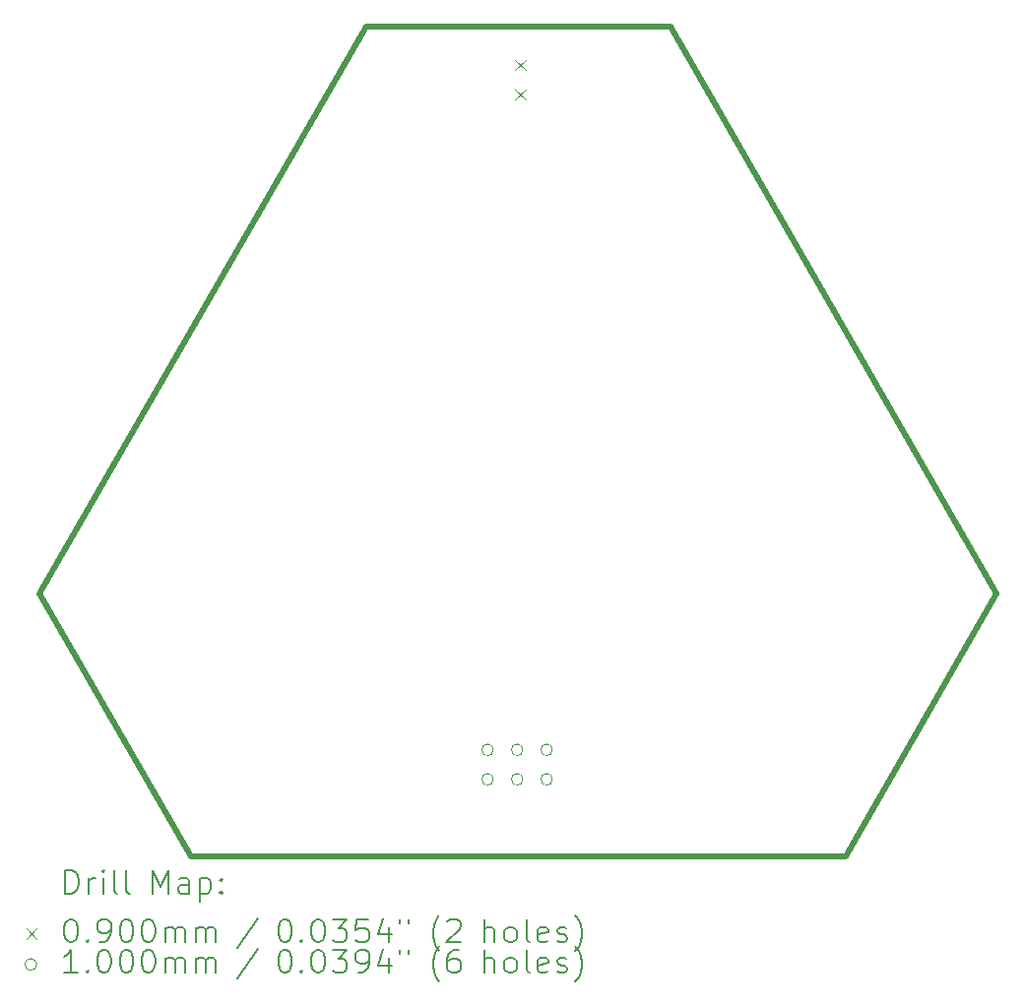
<source format=gbr>
%TF.GenerationSoftware,KiCad,Pcbnew,(6.99.0-2452-gdb4f2d9dd8)*%
%TF.CreationDate,2022-08-02T15:55:03-05:00*%
%TF.ProjectId,IG,49472e6b-6963-4616-945f-706362585858,rev?*%
%TF.SameCoordinates,Original*%
%TF.FileFunction,Drillmap*%
%TF.FilePolarity,Positive*%
%FSLAX45Y45*%
G04 Gerber Fmt 4.5, Leading zero omitted, Abs format (unit mm)*
G04 Created by KiCad (PCBNEW (6.99.0-2452-gdb4f2d9dd8)) date 2022-08-02 15:55:03*
%MOMM*%
%LPD*%
G01*
G04 APERTURE LIST*
%ADD10C,0.520000*%
%ADD11C,0.200000*%
%ADD12C,0.090000*%
%ADD13C,0.100000*%
G04 APERTURE END LIST*
D10*
X23417040Y-3860638D02*
X26225576Y-8737248D01*
X24927691Y-10999362D02*
X24927691Y-10999362D01*
X23417040Y-3860638D02*
X23417040Y-3860638D01*
X17994425Y-8737202D02*
X17994425Y-8737202D01*
X20802956Y-3860638D02*
X20802956Y-3860638D01*
X26225576Y-8737248D02*
X24927691Y-10999362D01*
X19292301Y-10999351D02*
X17994425Y-8737202D01*
X24927691Y-10999362D02*
X19292301Y-10999351D01*
X17994425Y-8737202D02*
X20802956Y-3860638D01*
X20802956Y-3860638D02*
X23417040Y-3860638D01*
X19292301Y-10999351D02*
X19292301Y-10999351D01*
D11*
D12*
X22085000Y-4148000D02*
X22175000Y-4238000D01*
X22175000Y-4148000D02*
X22085000Y-4238000D01*
X22085000Y-4402000D02*
X22175000Y-4492000D01*
X22175000Y-4402000D02*
X22085000Y-4492000D01*
D13*
X21896000Y-10083000D02*
G75*
G03*
X21896000Y-10083000I-50000J0D01*
G01*
X21896000Y-10337000D02*
G75*
G03*
X21896000Y-10337000I-50000J0D01*
G01*
X22150000Y-10083000D02*
G75*
G03*
X22150000Y-10083000I-50000J0D01*
G01*
X22150000Y-10337000D02*
G75*
G03*
X22150000Y-10337000I-50000J0D01*
G01*
X22404000Y-10083000D02*
G75*
G03*
X22404000Y-10083000I-50000J0D01*
G01*
X22404000Y-10337000D02*
G75*
G03*
X22404000Y-10337000I-50000J0D01*
G01*
D11*
X18216044Y-11318838D02*
X18216044Y-11118838D01*
X18216044Y-11118838D02*
X18263663Y-11118838D01*
X18263663Y-11118838D02*
X18292234Y-11128362D01*
X18292234Y-11128362D02*
X18311282Y-11147409D01*
X18311282Y-11147409D02*
X18320805Y-11166457D01*
X18320805Y-11166457D02*
X18330329Y-11204552D01*
X18330329Y-11204552D02*
X18330329Y-11233124D01*
X18330329Y-11233124D02*
X18320805Y-11271219D01*
X18320805Y-11271219D02*
X18311282Y-11290266D01*
X18311282Y-11290266D02*
X18292234Y-11309314D01*
X18292234Y-11309314D02*
X18263663Y-11318838D01*
X18263663Y-11318838D02*
X18216044Y-11318838D01*
X18416044Y-11318838D02*
X18416044Y-11185504D01*
X18416044Y-11223600D02*
X18425567Y-11204552D01*
X18425567Y-11204552D02*
X18435091Y-11195028D01*
X18435091Y-11195028D02*
X18454139Y-11185504D01*
X18454139Y-11185504D02*
X18473186Y-11185504D01*
X18539853Y-11318838D02*
X18539853Y-11185504D01*
X18539853Y-11118838D02*
X18530329Y-11128362D01*
X18530329Y-11128362D02*
X18539853Y-11137886D01*
X18539853Y-11137886D02*
X18549377Y-11128362D01*
X18549377Y-11128362D02*
X18539853Y-11118838D01*
X18539853Y-11118838D02*
X18539853Y-11137886D01*
X18663663Y-11318838D02*
X18644615Y-11309314D01*
X18644615Y-11309314D02*
X18635091Y-11290266D01*
X18635091Y-11290266D02*
X18635091Y-11118838D01*
X18768424Y-11318838D02*
X18749377Y-11309314D01*
X18749377Y-11309314D02*
X18739853Y-11290266D01*
X18739853Y-11290266D02*
X18739853Y-11118838D01*
X18964615Y-11318838D02*
X18964615Y-11118838D01*
X18964615Y-11118838D02*
X19031282Y-11261695D01*
X19031282Y-11261695D02*
X19097948Y-11118838D01*
X19097948Y-11118838D02*
X19097948Y-11318838D01*
X19278901Y-11318838D02*
X19278901Y-11214076D01*
X19278901Y-11214076D02*
X19269377Y-11195028D01*
X19269377Y-11195028D02*
X19250329Y-11185504D01*
X19250329Y-11185504D02*
X19212234Y-11185504D01*
X19212234Y-11185504D02*
X19193186Y-11195028D01*
X19278901Y-11309314D02*
X19259853Y-11318838D01*
X19259853Y-11318838D02*
X19212234Y-11318838D01*
X19212234Y-11318838D02*
X19193186Y-11309314D01*
X19193186Y-11309314D02*
X19183663Y-11290266D01*
X19183663Y-11290266D02*
X19183663Y-11271219D01*
X19183663Y-11271219D02*
X19193186Y-11252171D01*
X19193186Y-11252171D02*
X19212234Y-11242647D01*
X19212234Y-11242647D02*
X19259853Y-11242647D01*
X19259853Y-11242647D02*
X19278901Y-11233124D01*
X19374139Y-11185504D02*
X19374139Y-11385504D01*
X19374139Y-11195028D02*
X19393186Y-11185504D01*
X19393186Y-11185504D02*
X19431282Y-11185504D01*
X19431282Y-11185504D02*
X19450329Y-11195028D01*
X19450329Y-11195028D02*
X19459853Y-11204552D01*
X19459853Y-11204552D02*
X19469377Y-11223600D01*
X19469377Y-11223600D02*
X19469377Y-11280743D01*
X19469377Y-11280743D02*
X19459853Y-11299790D01*
X19459853Y-11299790D02*
X19450329Y-11309314D01*
X19450329Y-11309314D02*
X19431282Y-11318838D01*
X19431282Y-11318838D02*
X19393186Y-11318838D01*
X19393186Y-11318838D02*
X19374139Y-11309314D01*
X19555091Y-11299790D02*
X19564615Y-11309314D01*
X19564615Y-11309314D02*
X19555091Y-11318838D01*
X19555091Y-11318838D02*
X19545567Y-11309314D01*
X19545567Y-11309314D02*
X19555091Y-11299790D01*
X19555091Y-11299790D02*
X19555091Y-11318838D01*
X19555091Y-11195028D02*
X19564615Y-11204552D01*
X19564615Y-11204552D02*
X19555091Y-11214076D01*
X19555091Y-11214076D02*
X19545567Y-11204552D01*
X19545567Y-11204552D02*
X19555091Y-11195028D01*
X19555091Y-11195028D02*
X19555091Y-11214076D01*
D12*
X17878425Y-11620362D02*
X17968425Y-11710362D01*
X17968425Y-11620362D02*
X17878425Y-11710362D01*
D11*
X18254139Y-11538838D02*
X18273186Y-11538838D01*
X18273186Y-11538838D02*
X18292234Y-11548362D01*
X18292234Y-11548362D02*
X18301758Y-11557885D01*
X18301758Y-11557885D02*
X18311282Y-11576933D01*
X18311282Y-11576933D02*
X18320805Y-11615028D01*
X18320805Y-11615028D02*
X18320805Y-11662647D01*
X18320805Y-11662647D02*
X18311282Y-11700743D01*
X18311282Y-11700743D02*
X18301758Y-11719790D01*
X18301758Y-11719790D02*
X18292234Y-11729314D01*
X18292234Y-11729314D02*
X18273186Y-11738838D01*
X18273186Y-11738838D02*
X18254139Y-11738838D01*
X18254139Y-11738838D02*
X18235091Y-11729314D01*
X18235091Y-11729314D02*
X18225567Y-11719790D01*
X18225567Y-11719790D02*
X18216044Y-11700743D01*
X18216044Y-11700743D02*
X18206520Y-11662647D01*
X18206520Y-11662647D02*
X18206520Y-11615028D01*
X18206520Y-11615028D02*
X18216044Y-11576933D01*
X18216044Y-11576933D02*
X18225567Y-11557885D01*
X18225567Y-11557885D02*
X18235091Y-11548362D01*
X18235091Y-11548362D02*
X18254139Y-11538838D01*
X18406520Y-11719790D02*
X18416044Y-11729314D01*
X18416044Y-11729314D02*
X18406520Y-11738838D01*
X18406520Y-11738838D02*
X18396996Y-11729314D01*
X18396996Y-11729314D02*
X18406520Y-11719790D01*
X18406520Y-11719790D02*
X18406520Y-11738838D01*
X18511282Y-11738838D02*
X18549377Y-11738838D01*
X18549377Y-11738838D02*
X18568425Y-11729314D01*
X18568425Y-11729314D02*
X18577948Y-11719790D01*
X18577948Y-11719790D02*
X18596996Y-11691219D01*
X18596996Y-11691219D02*
X18606520Y-11653124D01*
X18606520Y-11653124D02*
X18606520Y-11576933D01*
X18606520Y-11576933D02*
X18596996Y-11557885D01*
X18596996Y-11557885D02*
X18587472Y-11548362D01*
X18587472Y-11548362D02*
X18568425Y-11538838D01*
X18568425Y-11538838D02*
X18530329Y-11538838D01*
X18530329Y-11538838D02*
X18511282Y-11548362D01*
X18511282Y-11548362D02*
X18501758Y-11557885D01*
X18501758Y-11557885D02*
X18492234Y-11576933D01*
X18492234Y-11576933D02*
X18492234Y-11624552D01*
X18492234Y-11624552D02*
X18501758Y-11643600D01*
X18501758Y-11643600D02*
X18511282Y-11653124D01*
X18511282Y-11653124D02*
X18530329Y-11662647D01*
X18530329Y-11662647D02*
X18568425Y-11662647D01*
X18568425Y-11662647D02*
X18587472Y-11653124D01*
X18587472Y-11653124D02*
X18596996Y-11643600D01*
X18596996Y-11643600D02*
X18606520Y-11624552D01*
X18730329Y-11538838D02*
X18749377Y-11538838D01*
X18749377Y-11538838D02*
X18768425Y-11548362D01*
X18768425Y-11548362D02*
X18777948Y-11557885D01*
X18777948Y-11557885D02*
X18787472Y-11576933D01*
X18787472Y-11576933D02*
X18796996Y-11615028D01*
X18796996Y-11615028D02*
X18796996Y-11662647D01*
X18796996Y-11662647D02*
X18787472Y-11700743D01*
X18787472Y-11700743D02*
X18777948Y-11719790D01*
X18777948Y-11719790D02*
X18768425Y-11729314D01*
X18768425Y-11729314D02*
X18749377Y-11738838D01*
X18749377Y-11738838D02*
X18730329Y-11738838D01*
X18730329Y-11738838D02*
X18711282Y-11729314D01*
X18711282Y-11729314D02*
X18701758Y-11719790D01*
X18701758Y-11719790D02*
X18692234Y-11700743D01*
X18692234Y-11700743D02*
X18682710Y-11662647D01*
X18682710Y-11662647D02*
X18682710Y-11615028D01*
X18682710Y-11615028D02*
X18692234Y-11576933D01*
X18692234Y-11576933D02*
X18701758Y-11557885D01*
X18701758Y-11557885D02*
X18711282Y-11548362D01*
X18711282Y-11548362D02*
X18730329Y-11538838D01*
X18920805Y-11538838D02*
X18939853Y-11538838D01*
X18939853Y-11538838D02*
X18958901Y-11548362D01*
X18958901Y-11548362D02*
X18968425Y-11557885D01*
X18968425Y-11557885D02*
X18977948Y-11576933D01*
X18977948Y-11576933D02*
X18987472Y-11615028D01*
X18987472Y-11615028D02*
X18987472Y-11662647D01*
X18987472Y-11662647D02*
X18977948Y-11700743D01*
X18977948Y-11700743D02*
X18968425Y-11719790D01*
X18968425Y-11719790D02*
X18958901Y-11729314D01*
X18958901Y-11729314D02*
X18939853Y-11738838D01*
X18939853Y-11738838D02*
X18920805Y-11738838D01*
X18920805Y-11738838D02*
X18901758Y-11729314D01*
X18901758Y-11729314D02*
X18892234Y-11719790D01*
X18892234Y-11719790D02*
X18882710Y-11700743D01*
X18882710Y-11700743D02*
X18873186Y-11662647D01*
X18873186Y-11662647D02*
X18873186Y-11615028D01*
X18873186Y-11615028D02*
X18882710Y-11576933D01*
X18882710Y-11576933D02*
X18892234Y-11557885D01*
X18892234Y-11557885D02*
X18901758Y-11548362D01*
X18901758Y-11548362D02*
X18920805Y-11538838D01*
X19073186Y-11738838D02*
X19073186Y-11605504D01*
X19073186Y-11624552D02*
X19082710Y-11615028D01*
X19082710Y-11615028D02*
X19101758Y-11605504D01*
X19101758Y-11605504D02*
X19130329Y-11605504D01*
X19130329Y-11605504D02*
X19149377Y-11615028D01*
X19149377Y-11615028D02*
X19158901Y-11634076D01*
X19158901Y-11634076D02*
X19158901Y-11738838D01*
X19158901Y-11634076D02*
X19168425Y-11615028D01*
X19168425Y-11615028D02*
X19187472Y-11605504D01*
X19187472Y-11605504D02*
X19216044Y-11605504D01*
X19216044Y-11605504D02*
X19235091Y-11615028D01*
X19235091Y-11615028D02*
X19244615Y-11634076D01*
X19244615Y-11634076D02*
X19244615Y-11738838D01*
X19339853Y-11738838D02*
X19339853Y-11605504D01*
X19339853Y-11624552D02*
X19349377Y-11615028D01*
X19349377Y-11615028D02*
X19368425Y-11605504D01*
X19368425Y-11605504D02*
X19396996Y-11605504D01*
X19396996Y-11605504D02*
X19416044Y-11615028D01*
X19416044Y-11615028D02*
X19425567Y-11634076D01*
X19425567Y-11634076D02*
X19425567Y-11738838D01*
X19425567Y-11634076D02*
X19435091Y-11615028D01*
X19435091Y-11615028D02*
X19454139Y-11605504D01*
X19454139Y-11605504D02*
X19482710Y-11605504D01*
X19482710Y-11605504D02*
X19501758Y-11615028D01*
X19501758Y-11615028D02*
X19511282Y-11634076D01*
X19511282Y-11634076D02*
X19511282Y-11738838D01*
X19869377Y-11529314D02*
X19697948Y-11786457D01*
X20094139Y-11538838D02*
X20113187Y-11538838D01*
X20113187Y-11538838D02*
X20132234Y-11548362D01*
X20132234Y-11548362D02*
X20141758Y-11557885D01*
X20141758Y-11557885D02*
X20151282Y-11576933D01*
X20151282Y-11576933D02*
X20160806Y-11615028D01*
X20160806Y-11615028D02*
X20160806Y-11662647D01*
X20160806Y-11662647D02*
X20151282Y-11700743D01*
X20151282Y-11700743D02*
X20141758Y-11719790D01*
X20141758Y-11719790D02*
X20132234Y-11729314D01*
X20132234Y-11729314D02*
X20113187Y-11738838D01*
X20113187Y-11738838D02*
X20094139Y-11738838D01*
X20094139Y-11738838D02*
X20075091Y-11729314D01*
X20075091Y-11729314D02*
X20065567Y-11719790D01*
X20065567Y-11719790D02*
X20056044Y-11700743D01*
X20056044Y-11700743D02*
X20046520Y-11662647D01*
X20046520Y-11662647D02*
X20046520Y-11615028D01*
X20046520Y-11615028D02*
X20056044Y-11576933D01*
X20056044Y-11576933D02*
X20065567Y-11557885D01*
X20065567Y-11557885D02*
X20075091Y-11548362D01*
X20075091Y-11548362D02*
X20094139Y-11538838D01*
X20246520Y-11719790D02*
X20256044Y-11729314D01*
X20256044Y-11729314D02*
X20246520Y-11738838D01*
X20246520Y-11738838D02*
X20236996Y-11729314D01*
X20236996Y-11729314D02*
X20246520Y-11719790D01*
X20246520Y-11719790D02*
X20246520Y-11738838D01*
X20379853Y-11538838D02*
X20398901Y-11538838D01*
X20398901Y-11538838D02*
X20417948Y-11548362D01*
X20417948Y-11548362D02*
X20427472Y-11557885D01*
X20427472Y-11557885D02*
X20436996Y-11576933D01*
X20436996Y-11576933D02*
X20446520Y-11615028D01*
X20446520Y-11615028D02*
X20446520Y-11662647D01*
X20446520Y-11662647D02*
X20436996Y-11700743D01*
X20436996Y-11700743D02*
X20427472Y-11719790D01*
X20427472Y-11719790D02*
X20417948Y-11729314D01*
X20417948Y-11729314D02*
X20398901Y-11738838D01*
X20398901Y-11738838D02*
X20379853Y-11738838D01*
X20379853Y-11738838D02*
X20360806Y-11729314D01*
X20360806Y-11729314D02*
X20351282Y-11719790D01*
X20351282Y-11719790D02*
X20341758Y-11700743D01*
X20341758Y-11700743D02*
X20332234Y-11662647D01*
X20332234Y-11662647D02*
X20332234Y-11615028D01*
X20332234Y-11615028D02*
X20341758Y-11576933D01*
X20341758Y-11576933D02*
X20351282Y-11557885D01*
X20351282Y-11557885D02*
X20360806Y-11548362D01*
X20360806Y-11548362D02*
X20379853Y-11538838D01*
X20513187Y-11538838D02*
X20636996Y-11538838D01*
X20636996Y-11538838D02*
X20570329Y-11615028D01*
X20570329Y-11615028D02*
X20598901Y-11615028D01*
X20598901Y-11615028D02*
X20617948Y-11624552D01*
X20617948Y-11624552D02*
X20627472Y-11634076D01*
X20627472Y-11634076D02*
X20636996Y-11653124D01*
X20636996Y-11653124D02*
X20636996Y-11700743D01*
X20636996Y-11700743D02*
X20627472Y-11719790D01*
X20627472Y-11719790D02*
X20617948Y-11729314D01*
X20617948Y-11729314D02*
X20598901Y-11738838D01*
X20598901Y-11738838D02*
X20541758Y-11738838D01*
X20541758Y-11738838D02*
X20522710Y-11729314D01*
X20522710Y-11729314D02*
X20513187Y-11719790D01*
X20817948Y-11538838D02*
X20722710Y-11538838D01*
X20722710Y-11538838D02*
X20713187Y-11634076D01*
X20713187Y-11634076D02*
X20722710Y-11624552D01*
X20722710Y-11624552D02*
X20741758Y-11615028D01*
X20741758Y-11615028D02*
X20789377Y-11615028D01*
X20789377Y-11615028D02*
X20808425Y-11624552D01*
X20808425Y-11624552D02*
X20817948Y-11634076D01*
X20817948Y-11634076D02*
X20827472Y-11653124D01*
X20827472Y-11653124D02*
X20827472Y-11700743D01*
X20827472Y-11700743D02*
X20817948Y-11719790D01*
X20817948Y-11719790D02*
X20808425Y-11729314D01*
X20808425Y-11729314D02*
X20789377Y-11738838D01*
X20789377Y-11738838D02*
X20741758Y-11738838D01*
X20741758Y-11738838D02*
X20722710Y-11729314D01*
X20722710Y-11729314D02*
X20713187Y-11719790D01*
X20998901Y-11605504D02*
X20998901Y-11738838D01*
X20951282Y-11529314D02*
X20903663Y-11672171D01*
X20903663Y-11672171D02*
X21027472Y-11672171D01*
X21094139Y-11538838D02*
X21094139Y-11576933D01*
X21170329Y-11538838D02*
X21170329Y-11576933D01*
X21433187Y-11815028D02*
X21423663Y-11805504D01*
X21423663Y-11805504D02*
X21404615Y-11776933D01*
X21404615Y-11776933D02*
X21395091Y-11757885D01*
X21395091Y-11757885D02*
X21385568Y-11729314D01*
X21385568Y-11729314D02*
X21376044Y-11681695D01*
X21376044Y-11681695D02*
X21376044Y-11643600D01*
X21376044Y-11643600D02*
X21385568Y-11595981D01*
X21385568Y-11595981D02*
X21395091Y-11567409D01*
X21395091Y-11567409D02*
X21404615Y-11548362D01*
X21404615Y-11548362D02*
X21423663Y-11519790D01*
X21423663Y-11519790D02*
X21433187Y-11510266D01*
X21499853Y-11557885D02*
X21509377Y-11548362D01*
X21509377Y-11548362D02*
X21528425Y-11538838D01*
X21528425Y-11538838D02*
X21576044Y-11538838D01*
X21576044Y-11538838D02*
X21595091Y-11548362D01*
X21595091Y-11548362D02*
X21604615Y-11557885D01*
X21604615Y-11557885D02*
X21614139Y-11576933D01*
X21614139Y-11576933D02*
X21614139Y-11595981D01*
X21614139Y-11595981D02*
X21604615Y-11624552D01*
X21604615Y-11624552D02*
X21490329Y-11738838D01*
X21490329Y-11738838D02*
X21614139Y-11738838D01*
X21819853Y-11738838D02*
X21819853Y-11538838D01*
X21905568Y-11738838D02*
X21905568Y-11634076D01*
X21905568Y-11634076D02*
X21896044Y-11615028D01*
X21896044Y-11615028D02*
X21876996Y-11605504D01*
X21876996Y-11605504D02*
X21848425Y-11605504D01*
X21848425Y-11605504D02*
X21829377Y-11615028D01*
X21829377Y-11615028D02*
X21819853Y-11624552D01*
X22029377Y-11738838D02*
X22010329Y-11729314D01*
X22010329Y-11729314D02*
X22000806Y-11719790D01*
X22000806Y-11719790D02*
X21991282Y-11700743D01*
X21991282Y-11700743D02*
X21991282Y-11643600D01*
X21991282Y-11643600D02*
X22000806Y-11624552D01*
X22000806Y-11624552D02*
X22010329Y-11615028D01*
X22010329Y-11615028D02*
X22029377Y-11605504D01*
X22029377Y-11605504D02*
X22057949Y-11605504D01*
X22057949Y-11605504D02*
X22076996Y-11615028D01*
X22076996Y-11615028D02*
X22086520Y-11624552D01*
X22086520Y-11624552D02*
X22096044Y-11643600D01*
X22096044Y-11643600D02*
X22096044Y-11700743D01*
X22096044Y-11700743D02*
X22086520Y-11719790D01*
X22086520Y-11719790D02*
X22076996Y-11729314D01*
X22076996Y-11729314D02*
X22057949Y-11738838D01*
X22057949Y-11738838D02*
X22029377Y-11738838D01*
X22210329Y-11738838D02*
X22191282Y-11729314D01*
X22191282Y-11729314D02*
X22181758Y-11710266D01*
X22181758Y-11710266D02*
X22181758Y-11538838D01*
X22362710Y-11729314D02*
X22343663Y-11738838D01*
X22343663Y-11738838D02*
X22305568Y-11738838D01*
X22305568Y-11738838D02*
X22286520Y-11729314D01*
X22286520Y-11729314D02*
X22276996Y-11710266D01*
X22276996Y-11710266D02*
X22276996Y-11634076D01*
X22276996Y-11634076D02*
X22286520Y-11615028D01*
X22286520Y-11615028D02*
X22305568Y-11605504D01*
X22305568Y-11605504D02*
X22343663Y-11605504D01*
X22343663Y-11605504D02*
X22362710Y-11615028D01*
X22362710Y-11615028D02*
X22372234Y-11634076D01*
X22372234Y-11634076D02*
X22372234Y-11653124D01*
X22372234Y-11653124D02*
X22276996Y-11672171D01*
X22448425Y-11729314D02*
X22467472Y-11738838D01*
X22467472Y-11738838D02*
X22505567Y-11738838D01*
X22505567Y-11738838D02*
X22524615Y-11729314D01*
X22524615Y-11729314D02*
X22534139Y-11710266D01*
X22534139Y-11710266D02*
X22534139Y-11700743D01*
X22534139Y-11700743D02*
X22524615Y-11681695D01*
X22524615Y-11681695D02*
X22505567Y-11672171D01*
X22505567Y-11672171D02*
X22476996Y-11672171D01*
X22476996Y-11672171D02*
X22457948Y-11662647D01*
X22457948Y-11662647D02*
X22448425Y-11643600D01*
X22448425Y-11643600D02*
X22448425Y-11634076D01*
X22448425Y-11634076D02*
X22457948Y-11615028D01*
X22457948Y-11615028D02*
X22476996Y-11605504D01*
X22476996Y-11605504D02*
X22505567Y-11605504D01*
X22505567Y-11605504D02*
X22524615Y-11615028D01*
X22600806Y-11815028D02*
X22610329Y-11805504D01*
X22610329Y-11805504D02*
X22629377Y-11776933D01*
X22629377Y-11776933D02*
X22638901Y-11757885D01*
X22638901Y-11757885D02*
X22648425Y-11729314D01*
X22648425Y-11729314D02*
X22657948Y-11681695D01*
X22657948Y-11681695D02*
X22657948Y-11643600D01*
X22657948Y-11643600D02*
X22648425Y-11595981D01*
X22648425Y-11595981D02*
X22638901Y-11567409D01*
X22638901Y-11567409D02*
X22629377Y-11548362D01*
X22629377Y-11548362D02*
X22610329Y-11519790D01*
X22610329Y-11519790D02*
X22600806Y-11510266D01*
D13*
X17968425Y-11929362D02*
G75*
G03*
X17968425Y-11929362I-50000J0D01*
G01*
D11*
X18320805Y-12002838D02*
X18206520Y-12002838D01*
X18263663Y-12002838D02*
X18263663Y-11802838D01*
X18263663Y-11802838D02*
X18244615Y-11831409D01*
X18244615Y-11831409D02*
X18225567Y-11850457D01*
X18225567Y-11850457D02*
X18206520Y-11859981D01*
X18406520Y-11983790D02*
X18416044Y-11993314D01*
X18416044Y-11993314D02*
X18406520Y-12002838D01*
X18406520Y-12002838D02*
X18396996Y-11993314D01*
X18396996Y-11993314D02*
X18406520Y-11983790D01*
X18406520Y-11983790D02*
X18406520Y-12002838D01*
X18539853Y-11802838D02*
X18558901Y-11802838D01*
X18558901Y-11802838D02*
X18577948Y-11812362D01*
X18577948Y-11812362D02*
X18587472Y-11821885D01*
X18587472Y-11821885D02*
X18596996Y-11840933D01*
X18596996Y-11840933D02*
X18606520Y-11879028D01*
X18606520Y-11879028D02*
X18606520Y-11926647D01*
X18606520Y-11926647D02*
X18596996Y-11964743D01*
X18596996Y-11964743D02*
X18587472Y-11983790D01*
X18587472Y-11983790D02*
X18577948Y-11993314D01*
X18577948Y-11993314D02*
X18558901Y-12002838D01*
X18558901Y-12002838D02*
X18539853Y-12002838D01*
X18539853Y-12002838D02*
X18520805Y-11993314D01*
X18520805Y-11993314D02*
X18511282Y-11983790D01*
X18511282Y-11983790D02*
X18501758Y-11964743D01*
X18501758Y-11964743D02*
X18492234Y-11926647D01*
X18492234Y-11926647D02*
X18492234Y-11879028D01*
X18492234Y-11879028D02*
X18501758Y-11840933D01*
X18501758Y-11840933D02*
X18511282Y-11821885D01*
X18511282Y-11821885D02*
X18520805Y-11812362D01*
X18520805Y-11812362D02*
X18539853Y-11802838D01*
X18730329Y-11802838D02*
X18749377Y-11802838D01*
X18749377Y-11802838D02*
X18768425Y-11812362D01*
X18768425Y-11812362D02*
X18777948Y-11821885D01*
X18777948Y-11821885D02*
X18787472Y-11840933D01*
X18787472Y-11840933D02*
X18796996Y-11879028D01*
X18796996Y-11879028D02*
X18796996Y-11926647D01*
X18796996Y-11926647D02*
X18787472Y-11964743D01*
X18787472Y-11964743D02*
X18777948Y-11983790D01*
X18777948Y-11983790D02*
X18768425Y-11993314D01*
X18768425Y-11993314D02*
X18749377Y-12002838D01*
X18749377Y-12002838D02*
X18730329Y-12002838D01*
X18730329Y-12002838D02*
X18711282Y-11993314D01*
X18711282Y-11993314D02*
X18701758Y-11983790D01*
X18701758Y-11983790D02*
X18692234Y-11964743D01*
X18692234Y-11964743D02*
X18682710Y-11926647D01*
X18682710Y-11926647D02*
X18682710Y-11879028D01*
X18682710Y-11879028D02*
X18692234Y-11840933D01*
X18692234Y-11840933D02*
X18701758Y-11821885D01*
X18701758Y-11821885D02*
X18711282Y-11812362D01*
X18711282Y-11812362D02*
X18730329Y-11802838D01*
X18920805Y-11802838D02*
X18939853Y-11802838D01*
X18939853Y-11802838D02*
X18958901Y-11812362D01*
X18958901Y-11812362D02*
X18968425Y-11821885D01*
X18968425Y-11821885D02*
X18977948Y-11840933D01*
X18977948Y-11840933D02*
X18987472Y-11879028D01*
X18987472Y-11879028D02*
X18987472Y-11926647D01*
X18987472Y-11926647D02*
X18977948Y-11964743D01*
X18977948Y-11964743D02*
X18968425Y-11983790D01*
X18968425Y-11983790D02*
X18958901Y-11993314D01*
X18958901Y-11993314D02*
X18939853Y-12002838D01*
X18939853Y-12002838D02*
X18920805Y-12002838D01*
X18920805Y-12002838D02*
X18901758Y-11993314D01*
X18901758Y-11993314D02*
X18892234Y-11983790D01*
X18892234Y-11983790D02*
X18882710Y-11964743D01*
X18882710Y-11964743D02*
X18873186Y-11926647D01*
X18873186Y-11926647D02*
X18873186Y-11879028D01*
X18873186Y-11879028D02*
X18882710Y-11840933D01*
X18882710Y-11840933D02*
X18892234Y-11821885D01*
X18892234Y-11821885D02*
X18901758Y-11812362D01*
X18901758Y-11812362D02*
X18920805Y-11802838D01*
X19073186Y-12002838D02*
X19073186Y-11869504D01*
X19073186Y-11888552D02*
X19082710Y-11879028D01*
X19082710Y-11879028D02*
X19101758Y-11869504D01*
X19101758Y-11869504D02*
X19130329Y-11869504D01*
X19130329Y-11869504D02*
X19149377Y-11879028D01*
X19149377Y-11879028D02*
X19158901Y-11898076D01*
X19158901Y-11898076D02*
X19158901Y-12002838D01*
X19158901Y-11898076D02*
X19168425Y-11879028D01*
X19168425Y-11879028D02*
X19187472Y-11869504D01*
X19187472Y-11869504D02*
X19216044Y-11869504D01*
X19216044Y-11869504D02*
X19235091Y-11879028D01*
X19235091Y-11879028D02*
X19244615Y-11898076D01*
X19244615Y-11898076D02*
X19244615Y-12002838D01*
X19339853Y-12002838D02*
X19339853Y-11869504D01*
X19339853Y-11888552D02*
X19349377Y-11879028D01*
X19349377Y-11879028D02*
X19368425Y-11869504D01*
X19368425Y-11869504D02*
X19396996Y-11869504D01*
X19396996Y-11869504D02*
X19416044Y-11879028D01*
X19416044Y-11879028D02*
X19425567Y-11898076D01*
X19425567Y-11898076D02*
X19425567Y-12002838D01*
X19425567Y-11898076D02*
X19435091Y-11879028D01*
X19435091Y-11879028D02*
X19454139Y-11869504D01*
X19454139Y-11869504D02*
X19482710Y-11869504D01*
X19482710Y-11869504D02*
X19501758Y-11879028D01*
X19501758Y-11879028D02*
X19511282Y-11898076D01*
X19511282Y-11898076D02*
X19511282Y-12002838D01*
X19869377Y-11793314D02*
X19697948Y-12050457D01*
X20094139Y-11802838D02*
X20113187Y-11802838D01*
X20113187Y-11802838D02*
X20132234Y-11812362D01*
X20132234Y-11812362D02*
X20141758Y-11821885D01*
X20141758Y-11821885D02*
X20151282Y-11840933D01*
X20151282Y-11840933D02*
X20160806Y-11879028D01*
X20160806Y-11879028D02*
X20160806Y-11926647D01*
X20160806Y-11926647D02*
X20151282Y-11964743D01*
X20151282Y-11964743D02*
X20141758Y-11983790D01*
X20141758Y-11983790D02*
X20132234Y-11993314D01*
X20132234Y-11993314D02*
X20113187Y-12002838D01*
X20113187Y-12002838D02*
X20094139Y-12002838D01*
X20094139Y-12002838D02*
X20075091Y-11993314D01*
X20075091Y-11993314D02*
X20065567Y-11983790D01*
X20065567Y-11983790D02*
X20056044Y-11964743D01*
X20056044Y-11964743D02*
X20046520Y-11926647D01*
X20046520Y-11926647D02*
X20046520Y-11879028D01*
X20046520Y-11879028D02*
X20056044Y-11840933D01*
X20056044Y-11840933D02*
X20065567Y-11821885D01*
X20065567Y-11821885D02*
X20075091Y-11812362D01*
X20075091Y-11812362D02*
X20094139Y-11802838D01*
X20246520Y-11983790D02*
X20256044Y-11993314D01*
X20256044Y-11993314D02*
X20246520Y-12002838D01*
X20246520Y-12002838D02*
X20236996Y-11993314D01*
X20236996Y-11993314D02*
X20246520Y-11983790D01*
X20246520Y-11983790D02*
X20246520Y-12002838D01*
X20379853Y-11802838D02*
X20398901Y-11802838D01*
X20398901Y-11802838D02*
X20417948Y-11812362D01*
X20417948Y-11812362D02*
X20427472Y-11821885D01*
X20427472Y-11821885D02*
X20436996Y-11840933D01*
X20436996Y-11840933D02*
X20446520Y-11879028D01*
X20446520Y-11879028D02*
X20446520Y-11926647D01*
X20446520Y-11926647D02*
X20436996Y-11964743D01*
X20436996Y-11964743D02*
X20427472Y-11983790D01*
X20427472Y-11983790D02*
X20417948Y-11993314D01*
X20417948Y-11993314D02*
X20398901Y-12002838D01*
X20398901Y-12002838D02*
X20379853Y-12002838D01*
X20379853Y-12002838D02*
X20360806Y-11993314D01*
X20360806Y-11993314D02*
X20351282Y-11983790D01*
X20351282Y-11983790D02*
X20341758Y-11964743D01*
X20341758Y-11964743D02*
X20332234Y-11926647D01*
X20332234Y-11926647D02*
X20332234Y-11879028D01*
X20332234Y-11879028D02*
X20341758Y-11840933D01*
X20341758Y-11840933D02*
X20351282Y-11821885D01*
X20351282Y-11821885D02*
X20360806Y-11812362D01*
X20360806Y-11812362D02*
X20379853Y-11802838D01*
X20513187Y-11802838D02*
X20636996Y-11802838D01*
X20636996Y-11802838D02*
X20570329Y-11879028D01*
X20570329Y-11879028D02*
X20598901Y-11879028D01*
X20598901Y-11879028D02*
X20617948Y-11888552D01*
X20617948Y-11888552D02*
X20627472Y-11898076D01*
X20627472Y-11898076D02*
X20636996Y-11917124D01*
X20636996Y-11917124D02*
X20636996Y-11964743D01*
X20636996Y-11964743D02*
X20627472Y-11983790D01*
X20627472Y-11983790D02*
X20617948Y-11993314D01*
X20617948Y-11993314D02*
X20598901Y-12002838D01*
X20598901Y-12002838D02*
X20541758Y-12002838D01*
X20541758Y-12002838D02*
X20522710Y-11993314D01*
X20522710Y-11993314D02*
X20513187Y-11983790D01*
X20732234Y-12002838D02*
X20770329Y-12002838D01*
X20770329Y-12002838D02*
X20789377Y-11993314D01*
X20789377Y-11993314D02*
X20798901Y-11983790D01*
X20798901Y-11983790D02*
X20817948Y-11955219D01*
X20817948Y-11955219D02*
X20827472Y-11917124D01*
X20827472Y-11917124D02*
X20827472Y-11840933D01*
X20827472Y-11840933D02*
X20817948Y-11821885D01*
X20817948Y-11821885D02*
X20808425Y-11812362D01*
X20808425Y-11812362D02*
X20789377Y-11802838D01*
X20789377Y-11802838D02*
X20751282Y-11802838D01*
X20751282Y-11802838D02*
X20732234Y-11812362D01*
X20732234Y-11812362D02*
X20722710Y-11821885D01*
X20722710Y-11821885D02*
X20713187Y-11840933D01*
X20713187Y-11840933D02*
X20713187Y-11888552D01*
X20713187Y-11888552D02*
X20722710Y-11907600D01*
X20722710Y-11907600D02*
X20732234Y-11917124D01*
X20732234Y-11917124D02*
X20751282Y-11926647D01*
X20751282Y-11926647D02*
X20789377Y-11926647D01*
X20789377Y-11926647D02*
X20808425Y-11917124D01*
X20808425Y-11917124D02*
X20817948Y-11907600D01*
X20817948Y-11907600D02*
X20827472Y-11888552D01*
X20998901Y-11869504D02*
X20998901Y-12002838D01*
X20951282Y-11793314D02*
X20903663Y-11936171D01*
X20903663Y-11936171D02*
X21027472Y-11936171D01*
X21094139Y-11802838D02*
X21094139Y-11840933D01*
X21170329Y-11802838D02*
X21170329Y-11840933D01*
X21433187Y-12079028D02*
X21423663Y-12069504D01*
X21423663Y-12069504D02*
X21404615Y-12040933D01*
X21404615Y-12040933D02*
X21395091Y-12021885D01*
X21395091Y-12021885D02*
X21385568Y-11993314D01*
X21385568Y-11993314D02*
X21376044Y-11945695D01*
X21376044Y-11945695D02*
X21376044Y-11907600D01*
X21376044Y-11907600D02*
X21385568Y-11859981D01*
X21385568Y-11859981D02*
X21395091Y-11831409D01*
X21395091Y-11831409D02*
X21404615Y-11812362D01*
X21404615Y-11812362D02*
X21423663Y-11783790D01*
X21423663Y-11783790D02*
X21433187Y-11774266D01*
X21595091Y-11802838D02*
X21556996Y-11802838D01*
X21556996Y-11802838D02*
X21537948Y-11812362D01*
X21537948Y-11812362D02*
X21528425Y-11821885D01*
X21528425Y-11821885D02*
X21509377Y-11850457D01*
X21509377Y-11850457D02*
X21499853Y-11888552D01*
X21499853Y-11888552D02*
X21499853Y-11964743D01*
X21499853Y-11964743D02*
X21509377Y-11983790D01*
X21509377Y-11983790D02*
X21518901Y-11993314D01*
X21518901Y-11993314D02*
X21537948Y-12002838D01*
X21537948Y-12002838D02*
X21576044Y-12002838D01*
X21576044Y-12002838D02*
X21595091Y-11993314D01*
X21595091Y-11993314D02*
X21604615Y-11983790D01*
X21604615Y-11983790D02*
X21614139Y-11964743D01*
X21614139Y-11964743D02*
X21614139Y-11917124D01*
X21614139Y-11917124D02*
X21604615Y-11898076D01*
X21604615Y-11898076D02*
X21595091Y-11888552D01*
X21595091Y-11888552D02*
X21576044Y-11879028D01*
X21576044Y-11879028D02*
X21537948Y-11879028D01*
X21537948Y-11879028D02*
X21518901Y-11888552D01*
X21518901Y-11888552D02*
X21509377Y-11898076D01*
X21509377Y-11898076D02*
X21499853Y-11917124D01*
X21819853Y-12002838D02*
X21819853Y-11802838D01*
X21905568Y-12002838D02*
X21905568Y-11898076D01*
X21905568Y-11898076D02*
X21896044Y-11879028D01*
X21896044Y-11879028D02*
X21876996Y-11869504D01*
X21876996Y-11869504D02*
X21848425Y-11869504D01*
X21848425Y-11869504D02*
X21829377Y-11879028D01*
X21829377Y-11879028D02*
X21819853Y-11888552D01*
X22029377Y-12002838D02*
X22010329Y-11993314D01*
X22010329Y-11993314D02*
X22000806Y-11983790D01*
X22000806Y-11983790D02*
X21991282Y-11964743D01*
X21991282Y-11964743D02*
X21991282Y-11907600D01*
X21991282Y-11907600D02*
X22000806Y-11888552D01*
X22000806Y-11888552D02*
X22010329Y-11879028D01*
X22010329Y-11879028D02*
X22029377Y-11869504D01*
X22029377Y-11869504D02*
X22057949Y-11869504D01*
X22057949Y-11869504D02*
X22076996Y-11879028D01*
X22076996Y-11879028D02*
X22086520Y-11888552D01*
X22086520Y-11888552D02*
X22096044Y-11907600D01*
X22096044Y-11907600D02*
X22096044Y-11964743D01*
X22096044Y-11964743D02*
X22086520Y-11983790D01*
X22086520Y-11983790D02*
X22076996Y-11993314D01*
X22076996Y-11993314D02*
X22057949Y-12002838D01*
X22057949Y-12002838D02*
X22029377Y-12002838D01*
X22210329Y-12002838D02*
X22191282Y-11993314D01*
X22191282Y-11993314D02*
X22181758Y-11974266D01*
X22181758Y-11974266D02*
X22181758Y-11802838D01*
X22362710Y-11993314D02*
X22343663Y-12002838D01*
X22343663Y-12002838D02*
X22305568Y-12002838D01*
X22305568Y-12002838D02*
X22286520Y-11993314D01*
X22286520Y-11993314D02*
X22276996Y-11974266D01*
X22276996Y-11974266D02*
X22276996Y-11898076D01*
X22276996Y-11898076D02*
X22286520Y-11879028D01*
X22286520Y-11879028D02*
X22305568Y-11869504D01*
X22305568Y-11869504D02*
X22343663Y-11869504D01*
X22343663Y-11869504D02*
X22362710Y-11879028D01*
X22362710Y-11879028D02*
X22372234Y-11898076D01*
X22372234Y-11898076D02*
X22372234Y-11917124D01*
X22372234Y-11917124D02*
X22276996Y-11936171D01*
X22448425Y-11993314D02*
X22467472Y-12002838D01*
X22467472Y-12002838D02*
X22505567Y-12002838D01*
X22505567Y-12002838D02*
X22524615Y-11993314D01*
X22524615Y-11993314D02*
X22534139Y-11974266D01*
X22534139Y-11974266D02*
X22534139Y-11964743D01*
X22534139Y-11964743D02*
X22524615Y-11945695D01*
X22524615Y-11945695D02*
X22505567Y-11936171D01*
X22505567Y-11936171D02*
X22476996Y-11936171D01*
X22476996Y-11936171D02*
X22457948Y-11926647D01*
X22457948Y-11926647D02*
X22448425Y-11907600D01*
X22448425Y-11907600D02*
X22448425Y-11898076D01*
X22448425Y-11898076D02*
X22457948Y-11879028D01*
X22457948Y-11879028D02*
X22476996Y-11869504D01*
X22476996Y-11869504D02*
X22505567Y-11869504D01*
X22505567Y-11869504D02*
X22524615Y-11879028D01*
X22600806Y-12079028D02*
X22610329Y-12069504D01*
X22610329Y-12069504D02*
X22629377Y-12040933D01*
X22629377Y-12040933D02*
X22638901Y-12021885D01*
X22638901Y-12021885D02*
X22648425Y-11993314D01*
X22648425Y-11993314D02*
X22657948Y-11945695D01*
X22657948Y-11945695D02*
X22657948Y-11907600D01*
X22657948Y-11907600D02*
X22648425Y-11859981D01*
X22648425Y-11859981D02*
X22638901Y-11831409D01*
X22638901Y-11831409D02*
X22629377Y-11812362D01*
X22629377Y-11812362D02*
X22610329Y-11783790D01*
X22610329Y-11783790D02*
X22600806Y-11774266D01*
M02*

</source>
